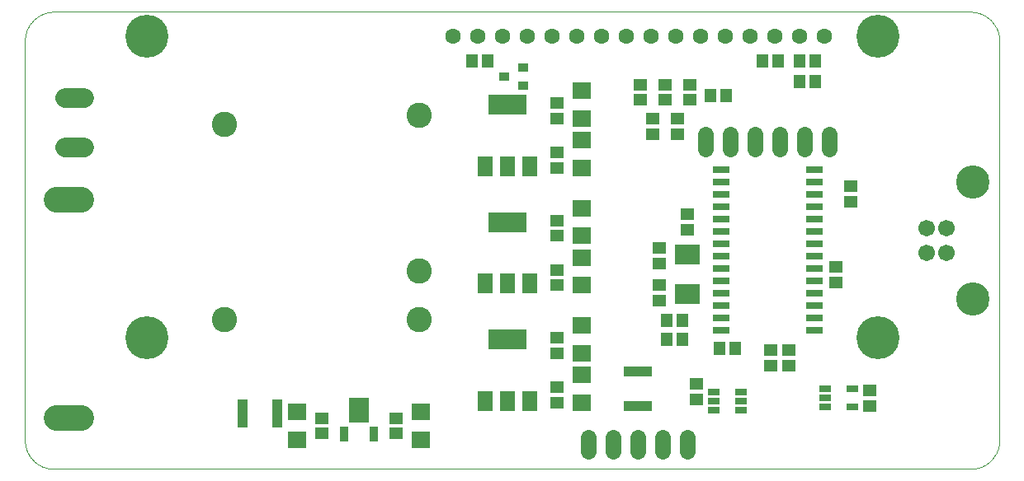
<source format=gts>
G75*
%MOIN*%
%OFA0B0*%
%FSLAX25Y25*%
%IPPOS*%
%LPD*%
%AMOC8*
5,1,8,0,0,1.08239X$1,22.5*
%
%ADD10C,0.00394*%
%ADD11C,0.06699*%
%ADD12C,0.13455*%
%ADD13R,0.05518X0.04731*%
%ADD14R,0.04731X0.05518*%
%ADD15C,0.06306*%
%ADD16R,0.09849X0.07880*%
%ADD17R,0.04731X0.02762*%
%ADD18C,0.06306*%
%ADD19C,0.17392*%
%ADD20R,0.07093X0.02959*%
%ADD21R,0.04337X0.03550*%
%ADD22C,0.10243*%
%ADD23R,0.08274X0.10046*%
%ADD24R,0.03550X0.05912*%
%ADD25R,0.06306X0.08274*%
%ADD26R,0.15361X0.08274*%
%ADD27R,0.03943X0.11424*%
%ADD28R,0.11424X0.03943*%
%ADD29R,0.07487X0.06699*%
%ADD30C,0.08077*%
%ADD31C,0.10400*%
D10*
X0034249Y0022713D02*
X0404327Y0022713D01*
X0404612Y0022716D01*
X0404898Y0022727D01*
X0405183Y0022744D01*
X0405467Y0022768D01*
X0405751Y0022799D01*
X0406034Y0022837D01*
X0406315Y0022882D01*
X0406596Y0022933D01*
X0406876Y0022991D01*
X0407154Y0023056D01*
X0407430Y0023128D01*
X0407704Y0023206D01*
X0407977Y0023291D01*
X0408247Y0023383D01*
X0408515Y0023481D01*
X0408781Y0023585D01*
X0409044Y0023696D01*
X0409304Y0023813D01*
X0409562Y0023936D01*
X0409816Y0024066D01*
X0410067Y0024202D01*
X0410315Y0024343D01*
X0410559Y0024491D01*
X0410800Y0024644D01*
X0411036Y0024804D01*
X0411269Y0024969D01*
X0411498Y0025139D01*
X0411723Y0025315D01*
X0411943Y0025497D01*
X0412159Y0025683D01*
X0412370Y0025875D01*
X0412577Y0026072D01*
X0412779Y0026274D01*
X0412976Y0026481D01*
X0413168Y0026692D01*
X0413354Y0026908D01*
X0413536Y0027128D01*
X0413712Y0027353D01*
X0413882Y0027582D01*
X0414047Y0027815D01*
X0414207Y0028051D01*
X0414360Y0028292D01*
X0414508Y0028536D01*
X0414649Y0028784D01*
X0414785Y0029035D01*
X0414915Y0029289D01*
X0415038Y0029547D01*
X0415155Y0029807D01*
X0415266Y0030070D01*
X0415370Y0030336D01*
X0415468Y0030604D01*
X0415560Y0030874D01*
X0415645Y0031147D01*
X0415723Y0031421D01*
X0415795Y0031697D01*
X0415860Y0031975D01*
X0415918Y0032255D01*
X0415969Y0032536D01*
X0416014Y0032817D01*
X0416052Y0033100D01*
X0416083Y0033384D01*
X0416107Y0033668D01*
X0416124Y0033953D01*
X0416135Y0034239D01*
X0416138Y0034524D01*
X0416138Y0195941D01*
X0416135Y0196226D01*
X0416124Y0196512D01*
X0416107Y0196797D01*
X0416083Y0197081D01*
X0416052Y0197365D01*
X0416014Y0197648D01*
X0415969Y0197929D01*
X0415918Y0198210D01*
X0415860Y0198490D01*
X0415795Y0198768D01*
X0415723Y0199044D01*
X0415645Y0199318D01*
X0415560Y0199591D01*
X0415468Y0199861D01*
X0415370Y0200129D01*
X0415266Y0200395D01*
X0415155Y0200658D01*
X0415038Y0200918D01*
X0414915Y0201176D01*
X0414785Y0201430D01*
X0414649Y0201681D01*
X0414508Y0201929D01*
X0414360Y0202173D01*
X0414207Y0202414D01*
X0414047Y0202650D01*
X0413882Y0202883D01*
X0413712Y0203112D01*
X0413536Y0203337D01*
X0413354Y0203557D01*
X0413168Y0203773D01*
X0412976Y0203984D01*
X0412779Y0204191D01*
X0412577Y0204393D01*
X0412370Y0204590D01*
X0412159Y0204782D01*
X0411943Y0204968D01*
X0411723Y0205150D01*
X0411498Y0205326D01*
X0411269Y0205496D01*
X0411036Y0205661D01*
X0410800Y0205821D01*
X0410559Y0205974D01*
X0410315Y0206122D01*
X0410067Y0206263D01*
X0409816Y0206399D01*
X0409562Y0206529D01*
X0409304Y0206652D01*
X0409044Y0206769D01*
X0408781Y0206880D01*
X0408515Y0206984D01*
X0408247Y0207082D01*
X0407977Y0207174D01*
X0407704Y0207259D01*
X0407430Y0207337D01*
X0407154Y0207409D01*
X0406876Y0207474D01*
X0406596Y0207532D01*
X0406315Y0207583D01*
X0406034Y0207628D01*
X0405751Y0207666D01*
X0405467Y0207697D01*
X0405183Y0207721D01*
X0404898Y0207738D01*
X0404612Y0207749D01*
X0404327Y0207752D01*
X0034249Y0207752D01*
X0033964Y0207749D01*
X0033678Y0207738D01*
X0033393Y0207721D01*
X0033109Y0207697D01*
X0032825Y0207666D01*
X0032542Y0207628D01*
X0032261Y0207583D01*
X0031980Y0207532D01*
X0031700Y0207474D01*
X0031422Y0207409D01*
X0031146Y0207337D01*
X0030872Y0207259D01*
X0030599Y0207174D01*
X0030329Y0207082D01*
X0030061Y0206984D01*
X0029795Y0206880D01*
X0029532Y0206769D01*
X0029272Y0206652D01*
X0029014Y0206529D01*
X0028760Y0206399D01*
X0028509Y0206263D01*
X0028261Y0206122D01*
X0028017Y0205974D01*
X0027776Y0205821D01*
X0027540Y0205661D01*
X0027307Y0205496D01*
X0027078Y0205326D01*
X0026853Y0205150D01*
X0026633Y0204968D01*
X0026417Y0204782D01*
X0026206Y0204590D01*
X0025999Y0204393D01*
X0025797Y0204191D01*
X0025600Y0203984D01*
X0025408Y0203773D01*
X0025222Y0203557D01*
X0025040Y0203337D01*
X0024864Y0203112D01*
X0024694Y0202883D01*
X0024529Y0202650D01*
X0024369Y0202414D01*
X0024216Y0202173D01*
X0024068Y0201929D01*
X0023927Y0201681D01*
X0023791Y0201430D01*
X0023661Y0201176D01*
X0023538Y0200918D01*
X0023421Y0200658D01*
X0023310Y0200395D01*
X0023206Y0200129D01*
X0023108Y0199861D01*
X0023016Y0199591D01*
X0022931Y0199318D01*
X0022853Y0199044D01*
X0022781Y0198768D01*
X0022716Y0198490D01*
X0022658Y0198210D01*
X0022607Y0197929D01*
X0022562Y0197648D01*
X0022524Y0197365D01*
X0022493Y0197081D01*
X0022469Y0196797D01*
X0022452Y0196512D01*
X0022441Y0196226D01*
X0022438Y0195941D01*
X0022438Y0034524D01*
X0022441Y0034239D01*
X0022452Y0033953D01*
X0022469Y0033668D01*
X0022493Y0033384D01*
X0022524Y0033100D01*
X0022562Y0032817D01*
X0022607Y0032536D01*
X0022658Y0032255D01*
X0022716Y0031975D01*
X0022781Y0031697D01*
X0022853Y0031421D01*
X0022931Y0031147D01*
X0023016Y0030874D01*
X0023108Y0030604D01*
X0023206Y0030336D01*
X0023310Y0030070D01*
X0023421Y0029807D01*
X0023538Y0029547D01*
X0023661Y0029289D01*
X0023791Y0029035D01*
X0023927Y0028784D01*
X0024068Y0028536D01*
X0024216Y0028292D01*
X0024369Y0028051D01*
X0024529Y0027815D01*
X0024694Y0027582D01*
X0024864Y0027353D01*
X0025040Y0027128D01*
X0025222Y0026908D01*
X0025408Y0026692D01*
X0025600Y0026481D01*
X0025797Y0026274D01*
X0025999Y0026072D01*
X0026206Y0025875D01*
X0026417Y0025683D01*
X0026633Y0025497D01*
X0026853Y0025315D01*
X0027078Y0025139D01*
X0027307Y0024969D01*
X0027540Y0024804D01*
X0027776Y0024644D01*
X0028017Y0024491D01*
X0028261Y0024343D01*
X0028509Y0024202D01*
X0028760Y0024066D01*
X0029014Y0023936D01*
X0029272Y0023813D01*
X0029532Y0023696D01*
X0029795Y0023585D01*
X0030061Y0023481D01*
X0030329Y0023383D01*
X0030599Y0023291D01*
X0030872Y0023206D01*
X0031146Y0023128D01*
X0031422Y0023056D01*
X0031700Y0022991D01*
X0031980Y0022933D01*
X0032261Y0022882D01*
X0032542Y0022837D01*
X0032825Y0022799D01*
X0033109Y0022768D01*
X0033393Y0022744D01*
X0033678Y0022727D01*
X0033964Y0022716D01*
X0034249Y0022713D01*
D11*
X0386768Y0110311D03*
X0394642Y0110311D03*
X0394642Y0120154D03*
X0386768Y0120154D03*
D12*
X0405312Y0138933D03*
X0405312Y0091531D03*
D13*
X0349938Y0098313D03*
X0349938Y0104612D03*
X0356188Y0130813D03*
X0356188Y0137112D03*
X0289938Y0125862D03*
X0289938Y0119563D03*
X0278688Y0112112D03*
X0278688Y0105813D03*
X0278688Y0097112D03*
X0278688Y0090813D03*
X0237438Y0097063D03*
X0237438Y0103362D03*
X0237438Y0117063D03*
X0237438Y0123362D03*
X0237438Y0144563D03*
X0237438Y0150862D03*
X0237438Y0164563D03*
X0237438Y0170862D03*
X0271188Y0172063D03*
X0281188Y0172063D03*
X0281188Y0178362D03*
X0271188Y0178362D03*
X0291188Y0178362D03*
X0291188Y0172063D03*
X0286188Y0164612D03*
X0286188Y0158313D03*
X0276188Y0158313D03*
X0276188Y0164612D03*
X0237438Y0075862D03*
X0237438Y0069563D03*
X0237438Y0055862D03*
X0237438Y0049563D03*
X0293688Y0050813D03*
X0293688Y0057112D03*
X0323688Y0064563D03*
X0331188Y0064563D03*
X0331188Y0070862D03*
X0323688Y0070862D03*
X0363688Y0054612D03*
X0363688Y0048313D03*
X0172438Y0043362D03*
X0172438Y0037063D03*
X0142438Y0037063D03*
X0142438Y0043362D03*
D14*
X0281788Y0075213D03*
X0288087Y0075213D03*
X0303038Y0071463D03*
X0309337Y0071463D03*
X0288087Y0082713D03*
X0281788Y0082713D03*
X0299288Y0173963D03*
X0305587Y0173963D03*
X0320538Y0187713D03*
X0326837Y0187713D03*
X0335538Y0187713D03*
X0341837Y0187713D03*
X0341798Y0179474D03*
X0335499Y0179474D03*
X0209337Y0187713D03*
X0203038Y0187713D03*
D15*
X0297438Y0158165D02*
X0297438Y0152260D01*
X0307438Y0152260D02*
X0307438Y0158165D01*
X0317438Y0158165D02*
X0317438Y0152260D01*
X0327438Y0152260D02*
X0327438Y0158165D01*
X0337438Y0158165D02*
X0337438Y0152260D01*
X0347438Y0152260D02*
X0347438Y0158165D01*
X0289938Y0035665D02*
X0289938Y0029760D01*
X0279938Y0029760D02*
X0279938Y0035665D01*
X0269938Y0035665D02*
X0269938Y0029760D01*
X0259938Y0029760D02*
X0259938Y0035665D01*
X0249938Y0035665D02*
X0249938Y0029760D01*
D16*
X0289938Y0093392D03*
X0289938Y0109533D03*
D17*
X0345676Y0055203D03*
X0345676Y0051463D03*
X0345676Y0047722D03*
X0356699Y0047722D03*
X0356699Y0055203D03*
X0311699Y0053953D03*
X0311699Y0050213D03*
X0311699Y0046472D03*
X0300676Y0046472D03*
X0300676Y0050213D03*
X0300676Y0053953D03*
D18*
X0305272Y0197909D03*
X0295272Y0197909D03*
X0285272Y0197909D03*
X0275272Y0197909D03*
X0265272Y0197909D03*
X0255272Y0197909D03*
X0245272Y0197909D03*
X0235272Y0197909D03*
X0225272Y0197909D03*
X0215272Y0197909D03*
X0205272Y0197909D03*
X0195272Y0197909D03*
X0315272Y0197909D03*
X0325272Y0197909D03*
X0335272Y0197909D03*
X0345272Y0197909D03*
D19*
X0366926Y0197909D03*
X0366926Y0075862D03*
X0071650Y0075862D03*
X0071650Y0197909D03*
D20*
X0303619Y0143963D03*
X0303619Y0138963D03*
X0303619Y0133963D03*
X0303619Y0128963D03*
X0303619Y0123963D03*
X0303619Y0118963D03*
X0303619Y0113963D03*
X0303619Y0108963D03*
X0303619Y0103963D03*
X0303619Y0098963D03*
X0303619Y0093963D03*
X0303619Y0088963D03*
X0303619Y0083963D03*
X0303619Y0078963D03*
X0341257Y0078963D03*
X0341257Y0083963D03*
X0341257Y0088963D03*
X0341257Y0093963D03*
X0341257Y0098963D03*
X0341257Y0103963D03*
X0341257Y0108963D03*
X0341257Y0113963D03*
X0341257Y0118963D03*
X0341257Y0123963D03*
X0341257Y0128963D03*
X0341257Y0133963D03*
X0341257Y0138963D03*
X0341257Y0143963D03*
D21*
X0223875Y0177722D03*
X0216001Y0181463D03*
X0223875Y0185203D03*
D22*
X0181808Y0166020D03*
X0103068Y0162083D03*
X0181808Y0103028D03*
X0181808Y0083343D03*
X0103068Y0083343D03*
D23*
X0157438Y0046453D03*
D24*
X0163339Y0036882D03*
X0151536Y0036882D03*
D25*
X0208383Y0050311D03*
X0217438Y0050311D03*
X0226493Y0050311D03*
X0226493Y0097811D03*
X0217438Y0097811D03*
X0208383Y0097811D03*
X0208383Y0145311D03*
X0217438Y0145311D03*
X0226493Y0145311D03*
D26*
X0217438Y0122614D03*
X0217438Y0075114D03*
X0217438Y0170114D03*
D27*
X0124327Y0045213D03*
X0110548Y0045213D03*
D28*
X0269938Y0048323D03*
X0269938Y0062102D03*
D29*
X0247438Y0060724D03*
X0247438Y0069701D03*
X0247438Y0080724D03*
X0247438Y0097201D03*
X0247438Y0108224D03*
X0247438Y0117201D03*
X0247438Y0128224D03*
X0247438Y0144701D03*
X0247438Y0155724D03*
X0247438Y0164701D03*
X0247438Y0175724D03*
X0247438Y0049701D03*
X0182438Y0045724D03*
X0182438Y0034701D03*
X0132438Y0034701D03*
X0132438Y0045724D03*
D30*
X0046276Y0152713D02*
X0038599Y0152713D01*
X0038599Y0172713D02*
X0046276Y0172713D01*
D31*
X0044938Y0132013D02*
X0034938Y0132013D01*
X0034938Y0043413D02*
X0044938Y0043413D01*
M02*

</source>
